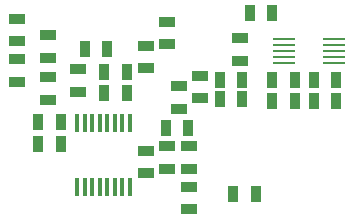
<source format=gtp>
G04 (created by PCBNEW (2013-07-07 BZR 4022)-stable) date 03/12/2013 21:27:05*
%MOIN*%
G04 Gerber Fmt 3.4, Leading zero omitted, Abs format*
%FSLAX34Y34*%
G01*
G70*
G90*
G04 APERTURE LIST*
%ADD10C,0.00590551*%
%ADD11R,0.035X0.055*%
%ADD12R,0.055X0.035*%
%ADD13R,0.0177X0.059*%
%ADD14R,0.075X0.0098*%
G04 APERTURE END LIST*
G54D10*
G54D11*
X85225Y-25750D03*
X84475Y-25750D03*
X87425Y-23350D03*
X86675Y-23350D03*
G54D12*
X88050Y-25975D03*
X88050Y-26725D03*
G54D11*
X90525Y-24250D03*
X91275Y-24250D03*
X90525Y-23600D03*
X91275Y-23600D03*
X92275Y-24325D03*
X93025Y-24325D03*
X93650Y-24325D03*
X94400Y-24325D03*
G54D12*
X83750Y-21575D03*
X83750Y-22325D03*
X84800Y-22125D03*
X84800Y-22875D03*
G54D11*
X86775Y-22575D03*
X86025Y-22575D03*
G54D12*
X89500Y-25825D03*
X89500Y-26575D03*
X88750Y-21675D03*
X88750Y-22425D03*
X83750Y-22925D03*
X83750Y-23675D03*
X84800Y-23525D03*
X84800Y-24275D03*
X85800Y-23250D03*
X85800Y-24000D03*
X88050Y-22475D03*
X88050Y-23225D03*
G54D11*
X84475Y-25000D03*
X85225Y-25000D03*
X87425Y-24050D03*
X86675Y-24050D03*
X90975Y-27400D03*
X91725Y-27400D03*
G54D12*
X88750Y-26575D03*
X88750Y-25825D03*
X91200Y-22225D03*
X91200Y-22975D03*
G54D11*
X92275Y-21375D03*
X91525Y-21375D03*
X92275Y-23600D03*
X93025Y-23600D03*
X94400Y-23600D03*
X93650Y-23600D03*
G54D13*
X85775Y-27159D03*
X86025Y-27159D03*
X86275Y-27159D03*
X86525Y-27159D03*
X86775Y-27159D03*
X87025Y-27159D03*
X87275Y-27159D03*
X87525Y-27159D03*
X87525Y-25041D03*
X87275Y-25041D03*
X87025Y-25041D03*
X86775Y-25041D03*
X86525Y-25041D03*
X86275Y-25041D03*
X86025Y-25041D03*
X85775Y-25041D03*
G54D14*
X94330Y-23031D03*
X94330Y-22834D03*
X94330Y-22637D03*
X94330Y-22440D03*
X94330Y-22243D03*
X92676Y-22243D03*
X92676Y-22440D03*
X92676Y-22637D03*
X92676Y-22834D03*
X92676Y-23031D03*
G54D12*
X89500Y-27175D03*
X89500Y-27925D03*
X89150Y-23825D03*
X89150Y-24575D03*
X89850Y-24225D03*
X89850Y-23475D03*
G54D11*
X88725Y-25200D03*
X89475Y-25200D03*
M02*

</source>
